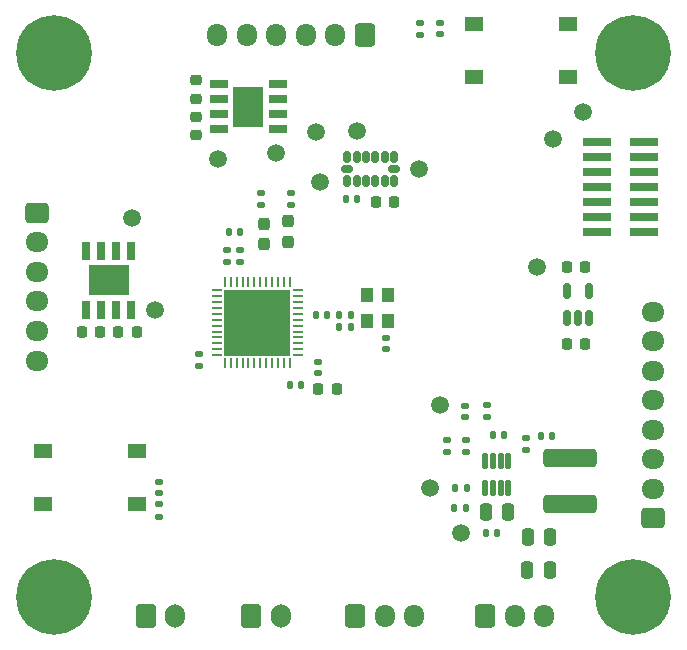
<source format=gbr>
%TF.GenerationSoftware,KiCad,Pcbnew,8.0.5*%
%TF.CreationDate,2024-10-23T09:29:27+02:00*%
%TF.ProjectId,Pojet_V-NOM_KiCAD,506f6a65-745f-4562-9d4e-4f4d5f4b6943,rev?*%
%TF.SameCoordinates,Original*%
%TF.FileFunction,Soldermask,Top*%
%TF.FilePolarity,Negative*%
%FSLAX46Y46*%
G04 Gerber Fmt 4.6, Leading zero omitted, Abs format (unit mm)*
G04 Created by KiCad (PCBNEW 8.0.5) date 2024-10-23 09:29:27*
%MOMM*%
%LPD*%
G01*
G04 APERTURE LIST*
G04 Aperture macros list*
%AMRoundRect*
0 Rectangle with rounded corners*
0 $1 Rounding radius*
0 $2 $3 $4 $5 $6 $7 $8 $9 X,Y pos of 4 corners*
0 Add a 4 corners polygon primitive as box body*
4,1,4,$2,$3,$4,$5,$6,$7,$8,$9,$2,$3,0*
0 Add four circle primitives for the rounded corners*
1,1,$1+$1,$2,$3*
1,1,$1+$1,$4,$5*
1,1,$1+$1,$6,$7*
1,1,$1+$1,$8,$9*
0 Add four rect primitives between the rounded corners*
20,1,$1+$1,$2,$3,$4,$5,0*
20,1,$1+$1,$4,$5,$6,$7,0*
20,1,$1+$1,$6,$7,$8,$9,0*
20,1,$1+$1,$8,$9,$2,$3,0*%
G04 Aperture macros list end*
%ADD10RoundRect,0.225000X-0.225000X-0.250000X0.225000X-0.250000X0.225000X0.250000X-0.225000X0.250000X0*%
%ADD11RoundRect,0.140000X0.140000X0.170000X-0.140000X0.170000X-0.140000X-0.170000X0.140000X-0.170000X0*%
%ADD12RoundRect,0.140000X-0.140000X-0.170000X0.140000X-0.170000X0.140000X0.170000X-0.140000X0.170000X0*%
%ADD13RoundRect,0.135000X-0.185000X0.135000X-0.185000X-0.135000X0.185000X-0.135000X0.185000X0.135000X0*%
%ADD14C,1.500000*%
%ADD15RoundRect,0.237500X-0.237500X0.287500X-0.237500X-0.287500X0.237500X-0.287500X0.237500X0.287500X0*%
%ADD16R,0.802000X1.505000*%
%ADD17R,3.502000X2.613000*%
%ADD18RoundRect,0.225000X0.250000X-0.225000X0.250000X0.225000X-0.250000X0.225000X-0.250000X-0.225000X0*%
%ADD19RoundRect,0.250000X0.725000X-0.600000X0.725000X0.600000X-0.725000X0.600000X-0.725000X-0.600000X0*%
%ADD20O,1.950000X1.700000*%
%ADD21RoundRect,0.250000X0.250000X0.475000X-0.250000X0.475000X-0.250000X-0.475000X0.250000X-0.475000X0*%
%ADD22RoundRect,0.225000X0.225000X0.250000X-0.225000X0.250000X-0.225000X-0.250000X0.225000X-0.250000X0*%
%ADD23R,1.505000X0.802000*%
%ADD24R,2.613000X3.502000*%
%ADD25RoundRect,0.125000X0.125000X-0.537500X0.125000X0.537500X-0.125000X0.537500X-0.125000X-0.537500X0*%
%ADD26RoundRect,0.140000X0.170000X-0.140000X0.170000X0.140000X-0.170000X0.140000X-0.170000X-0.140000X0*%
%ADD27RoundRect,0.135000X0.185000X-0.135000X0.185000X0.135000X-0.185000X0.135000X-0.185000X-0.135000X0*%
%ADD28R,1.550000X1.300000*%
%ADD29RoundRect,0.150000X0.150000X-0.512500X0.150000X0.512500X-0.150000X0.512500X-0.150000X-0.512500X0*%
%ADD30RoundRect,0.250000X-0.600000X-0.725000X0.600000X-0.725000X0.600000X0.725000X-0.600000X0.725000X0*%
%ADD31O,1.700000X1.950000*%
%ADD32R,2.400000X0.740000*%
%ADD33R,1.000000X1.300000*%
%ADD34C,0.800000*%
%ADD35C,6.400000*%
%ADD36RoundRect,0.135000X-0.135000X-0.185000X0.135000X-0.185000X0.135000X0.185000X-0.135000X0.185000X0*%
%ADD37RoundRect,0.062500X0.375000X0.062500X-0.375000X0.062500X-0.375000X-0.062500X0.375000X-0.062500X0*%
%ADD38RoundRect,0.062500X0.062500X0.375000X-0.062500X0.375000X-0.062500X-0.375000X0.062500X-0.375000X0*%
%ADD39R,5.600000X5.600000*%
%ADD40RoundRect,0.250000X-0.600000X-0.750000X0.600000X-0.750000X0.600000X0.750000X-0.600000X0.750000X0*%
%ADD41O,1.700000X2.000000*%
%ADD42RoundRect,0.140000X-0.170000X0.140000X-0.170000X-0.140000X0.170000X-0.140000X0.170000X0.140000X0*%
%ADD43RoundRect,0.147500X-0.147500X-0.172500X0.147500X-0.172500X0.147500X0.172500X-0.147500X0.172500X0*%
%ADD44RoundRect,0.225000X-0.250000X0.225000X-0.250000X-0.225000X0.250000X-0.225000X0.250000X0.225000X0*%
%ADD45RoundRect,0.400000X1.900000X0.399999X-1.900000X0.399999X-1.900000X-0.399999X1.900000X-0.399999X0*%
%ADD46RoundRect,0.250000X0.600000X0.725000X-0.600000X0.725000X-0.600000X-0.725000X0.600000X-0.725000X0*%
%ADD47RoundRect,0.150000X0.150000X-0.325000X0.150000X0.325000X-0.150000X0.325000X-0.150000X-0.325000X0*%
%ADD48RoundRect,0.150000X0.325000X-0.150000X0.325000X0.150000X-0.325000X0.150000X-0.325000X-0.150000X0*%
%ADD49RoundRect,0.135000X0.135000X0.185000X-0.135000X0.185000X-0.135000X-0.185000X0.135000X-0.185000X0*%
%ADD50RoundRect,0.250000X-0.725000X0.600000X-0.725000X-0.600000X0.725000X-0.600000X0.725000X0.600000X0*%
G04 APERTURE END LIST*
D10*
%TO.C,C902*%
X88425000Y-63575000D03*
X89975000Y-63575000D03*
%TD*%
D11*
%TO.C,C1011*%
X82495000Y-86117500D03*
X81535000Y-86117500D03*
%TD*%
D12*
%TO.C,C4*%
X69720000Y-57850000D03*
X70680000Y-57850000D03*
%TD*%
%TO.C,C2*%
X69150000Y-67680000D03*
X70110000Y-67680000D03*
%TD*%
D13*
%TO.C,R1009*%
X78285000Y-78237500D03*
X78285000Y-79257500D03*
%TD*%
D14*
%TO.C,TP611*%
X67550000Y-56400000D03*
%TD*%
D15*
%TO.C,D1*%
X62800000Y-59925000D03*
X62800000Y-61675000D03*
%TD*%
D16*
%TO.C,U801*%
X47705000Y-67200000D03*
X48975000Y-67200000D03*
X50245000Y-67200000D03*
X51515000Y-67200000D03*
X51515000Y-62205000D03*
X50245000Y-62205000D03*
X48975000Y-62205000D03*
X47705000Y-62205000D03*
D17*
X49610000Y-64702500D03*
%TD*%
D18*
%TO.C,C701*%
X57000000Y-52435000D03*
X57000000Y-50885000D03*
%TD*%
D15*
%TO.C,D2*%
X64800000Y-59725000D03*
X64800000Y-61475000D03*
%TD*%
D19*
%TO.C,J3*%
X95680000Y-84870000D03*
D20*
X95680000Y-82370000D03*
X95680000Y-79870000D03*
X95680000Y-77370000D03*
X95680000Y-74870000D03*
X95680000Y-72370000D03*
X95680000Y-69870000D03*
X95680000Y-67370000D03*
%TD*%
D21*
%TO.C,C1010*%
X83435000Y-84347500D03*
X81535000Y-84347500D03*
%TD*%
D14*
%TO.C,TP1003*%
X76835000Y-82297500D03*
%TD*%
D22*
%TO.C,C801*%
X51975000Y-69100000D03*
X50425000Y-69100000D03*
%TD*%
D14*
%TO.C,TP703*%
X63800000Y-53970000D03*
%TD*%
D23*
%TO.C,U701*%
X58952500Y-48105000D03*
X58952500Y-49375000D03*
X58952500Y-50645000D03*
X58952500Y-51915000D03*
X63947500Y-51915000D03*
X63947500Y-50645000D03*
X63947500Y-49375000D03*
X63947500Y-48105000D03*
D24*
X61450000Y-50010000D03*
%TD*%
D25*
%TO.C,IC1002*%
X81510000Y-82310000D03*
X82160000Y-82310000D03*
X82810000Y-82310000D03*
X83460000Y-82310000D03*
X83460000Y-80035000D03*
X82810000Y-80035000D03*
X82160000Y-80035000D03*
X81510000Y-80035000D03*
%TD*%
D26*
%TO.C,C202*%
X59660000Y-63120000D03*
X59660000Y-62160000D03*
%TD*%
D27*
%TO.C,R1011*%
X84990000Y-79050000D03*
X84990000Y-78030000D03*
%TD*%
D28*
%TO.C,SW501*%
X80525000Y-43000000D03*
X88475000Y-43000000D03*
X80525000Y-47500000D03*
X88475000Y-47500000D03*
%TD*%
D29*
%TO.C,PS901*%
X88400000Y-67925000D03*
X89350000Y-67925000D03*
X90300000Y-67925000D03*
X90300000Y-65650000D03*
X88400000Y-65650000D03*
%TD*%
D27*
%TO.C,R501*%
X76000000Y-43910000D03*
X76000000Y-42890000D03*
%TD*%
%TO.C,R3*%
X65050000Y-58310000D03*
X65050000Y-57290000D03*
%TD*%
D30*
%TO.C,J4*%
X70500000Y-93150000D03*
D31*
X73000000Y-93150000D03*
X75500000Y-93150000D03*
%TD*%
D32*
%TO.C,J1*%
X94900000Y-60620000D03*
X91000000Y-60620000D03*
X94900000Y-59350000D03*
X91000000Y-59350000D03*
X94900000Y-58080000D03*
X91000000Y-58080000D03*
X94900000Y-56810000D03*
X91000000Y-56810000D03*
X94900000Y-55540000D03*
X91000000Y-55540000D03*
X94900000Y-54270000D03*
X91000000Y-54270000D03*
X94900000Y-53000000D03*
X91000000Y-53000000D03*
%TD*%
D33*
%TO.C,Y1*%
X71450000Y-65950000D03*
X71450000Y-68150000D03*
X73250000Y-68150000D03*
X73250000Y-65950000D03*
%TD*%
D34*
%TO.C,H4*%
X91600000Y-45500000D03*
X92302944Y-43802944D03*
X92302944Y-47197056D03*
X94000000Y-43100000D03*
D35*
X94000000Y-45500000D03*
D34*
X94000000Y-47900000D03*
X95697056Y-43802944D03*
X95697056Y-47197056D03*
X96400000Y-45500000D03*
%TD*%
D14*
%TO.C,TP603*%
X70650000Y-52100000D03*
%TD*%
D36*
%TO.C,R1012*%
X78825000Y-83947500D03*
X79845000Y-83947500D03*
%TD*%
D34*
%TO.C,H2*%
X42600000Y-91500000D03*
X43302944Y-89802944D03*
X43302944Y-93197056D03*
X45000000Y-89100000D03*
D35*
X45000000Y-91500000D03*
D34*
X45000000Y-93900000D03*
X46697056Y-89802944D03*
X46697056Y-93197056D03*
X47400000Y-91500000D03*
%TD*%
D12*
%TO.C,C1014*%
X82155000Y-77797500D03*
X83115000Y-77797500D03*
%TD*%
D37*
%TO.C,U1*%
X65637500Y-71050000D03*
X65637500Y-70550000D03*
X65637500Y-70050000D03*
X65637500Y-69550000D03*
X65637500Y-69050000D03*
X65637500Y-68550000D03*
X65637500Y-68050000D03*
X65637500Y-67550000D03*
X65637500Y-67050000D03*
X65637500Y-66550000D03*
X65637500Y-66050000D03*
X65637500Y-65550000D03*
D38*
X64950000Y-64862500D03*
X64450000Y-64862500D03*
X63950000Y-64862500D03*
X63450000Y-64862500D03*
X62950000Y-64862500D03*
X62450000Y-64862500D03*
X61950000Y-64862500D03*
X61450000Y-64862500D03*
X60950000Y-64862500D03*
X60450000Y-64862500D03*
X59950000Y-64862500D03*
X59450000Y-64862500D03*
D37*
X58762500Y-65550000D03*
X58762500Y-66050000D03*
X58762500Y-66550000D03*
X58762500Y-67050000D03*
X58762500Y-67550000D03*
X58762500Y-68050000D03*
X58762500Y-68550000D03*
X58762500Y-69050000D03*
X58762500Y-69550000D03*
X58762500Y-70050000D03*
X58762500Y-70550000D03*
X58762500Y-71050000D03*
D38*
X59450000Y-71737500D03*
X59950000Y-71737500D03*
X60450000Y-71737500D03*
X60950000Y-71737500D03*
X61450000Y-71737500D03*
X61950000Y-71737500D03*
X62450000Y-71737500D03*
X62950000Y-71737500D03*
X63450000Y-71737500D03*
X63950000Y-71737500D03*
X64450000Y-71737500D03*
X64950000Y-71737500D03*
D39*
X62200000Y-68300000D03*
%TD*%
D13*
%TO.C,R1008*%
X81635000Y-75287500D03*
X81635000Y-76307500D03*
%TD*%
D40*
%TO.C,BT1*%
X52750000Y-93150000D03*
D41*
X55250000Y-93150000D03*
%TD*%
D14*
%TO.C,TP604*%
X67150000Y-52150000D03*
%TD*%
%TO.C,TP804*%
X53552500Y-67200000D03*
%TD*%
%TO.C,TP803*%
X51570000Y-59400000D03*
%TD*%
%TO.C,TP901*%
X85860000Y-63620000D03*
%TD*%
%TO.C,TP504*%
X87250000Y-52750000D03*
%TD*%
%TO.C,TP505*%
X89750000Y-50500000D03*
%TD*%
D42*
%TO.C,C502*%
X77700000Y-42920000D03*
X77700000Y-43880000D03*
%TD*%
D40*
%TO.C,J6*%
X61700000Y-93100000D03*
D41*
X64200000Y-93100000D03*
%TD*%
D42*
%TO.C,C5*%
X57300000Y-70980000D03*
X57300000Y-71940000D03*
%TD*%
D27*
%TO.C,R502*%
X53900000Y-84710000D03*
X53900000Y-83690000D03*
%TD*%
D10*
%TO.C,C802*%
X47325000Y-69100000D03*
X48875000Y-69100000D03*
%TD*%
D34*
%TO.C,H3*%
X91600000Y-91500000D03*
X92302944Y-89802944D03*
X92302944Y-93197056D03*
X94000000Y-89100000D03*
D35*
X94000000Y-91500000D03*
D34*
X94000000Y-93900000D03*
X95697056Y-89802944D03*
X95697056Y-93197056D03*
X96400000Y-91500000D03*
%TD*%
D43*
%TO.C,L1*%
X59765000Y-60600000D03*
X60735000Y-60600000D03*
%TD*%
D44*
%TO.C,C702*%
X57000000Y-47785000D03*
X57000000Y-49335000D03*
%TD*%
D10*
%TO.C,C901*%
X88425000Y-70075000D03*
X89975000Y-70075000D03*
%TD*%
D21*
%TO.C,C1009*%
X86940000Y-89210000D03*
X85040000Y-89210000D03*
%TD*%
D45*
%TO.C,L1002*%
X88705000Y-83687500D03*
X88705000Y-79787500D03*
%TD*%
D46*
%TO.C,J301*%
X71290000Y-43940000D03*
D31*
X68790000Y-43940000D03*
X66290000Y-43940000D03*
X63790000Y-43940000D03*
X61290000Y-43940000D03*
X58790000Y-43940000D03*
%TD*%
D14*
%TO.C,TP1002*%
X79465000Y-86127500D03*
%TD*%
D47*
%TO.C,U2*%
X69800000Y-56300000D03*
X70600000Y-56300000D03*
X71400000Y-56300000D03*
X72200000Y-56300000D03*
X73000000Y-56300000D03*
X73800000Y-56300000D03*
D48*
X73800000Y-55300000D03*
D47*
X73800000Y-54300000D03*
X73000000Y-54300000D03*
X72200000Y-54300000D03*
X71400000Y-54300000D03*
X70600000Y-54300000D03*
X69800000Y-54300000D03*
D48*
X69800000Y-55300000D03*
%TD*%
D14*
%TO.C,TP704*%
X58880000Y-54460000D03*
%TD*%
%TO.C,TP1001*%
X77645000Y-75287500D03*
%TD*%
D30*
%TO.C,J5*%
X81500000Y-93150000D03*
D31*
X84000000Y-93150000D03*
X86500000Y-93150000D03*
%TD*%
D12*
%TO.C,C7*%
X64980000Y-73540000D03*
X65940000Y-73540000D03*
%TD*%
D13*
%TO.C,R1007*%
X79835000Y-78247500D03*
X79835000Y-79267500D03*
%TD*%
D26*
%TO.C,C1*%
X73100000Y-70530000D03*
X73100000Y-69570000D03*
%TD*%
D21*
%TO.C,C1012*%
X86985000Y-86447500D03*
X85085000Y-86447500D03*
%TD*%
D12*
%TO.C,C203*%
X67170000Y-67675000D03*
X68130000Y-67675000D03*
%TD*%
%TO.C,C1013*%
X86220000Y-77910000D03*
X87180000Y-77910000D03*
%TD*%
D28*
%TO.C,SW502*%
X51975000Y-83650000D03*
X44025000Y-83650000D03*
X51975000Y-79150000D03*
X44025000Y-79150000D03*
%TD*%
D49*
%TO.C,R1010*%
X79985000Y-82297500D03*
X78965000Y-82297500D03*
%TD*%
D22*
%TO.C,C3*%
X73775000Y-58050000D03*
X72225000Y-58050000D03*
%TD*%
D50*
%TO.C,J302*%
X43510000Y-59000000D03*
D20*
X43510000Y-61500000D03*
X43510000Y-64000000D03*
X43510000Y-66500000D03*
X43510000Y-69000000D03*
X43510000Y-71500000D03*
%TD*%
D27*
%TO.C,R2*%
X62550000Y-58300000D03*
X62550000Y-57280000D03*
%TD*%
D34*
%TO.C,H1*%
X42600000Y-45500000D03*
X43302944Y-43802944D03*
X43302944Y-47197056D03*
X45000000Y-43100000D03*
D35*
X45000000Y-45500000D03*
D34*
X45000000Y-47900000D03*
X46697056Y-43802944D03*
X46697056Y-47197056D03*
X47400000Y-45500000D03*
%TD*%
D26*
%TO.C,C501*%
X53900000Y-82760000D03*
X53900000Y-81800000D03*
%TD*%
D42*
%TO.C,C6*%
X67350000Y-71620000D03*
X67350000Y-72580000D03*
%TD*%
%TO.C,C1008*%
X79785000Y-75317500D03*
X79785000Y-76277500D03*
%TD*%
D49*
%TO.C,R1*%
X70130000Y-68690000D03*
X69110000Y-68690000D03*
%TD*%
D14*
%TO.C,TP612*%
X75880000Y-55310000D03*
%TD*%
D26*
%TO.C,C201*%
X60750000Y-63130000D03*
X60750000Y-62170000D03*
%TD*%
D22*
%TO.C,C8*%
X68925000Y-73950000D03*
X67375000Y-73950000D03*
%TD*%
M02*

</source>
